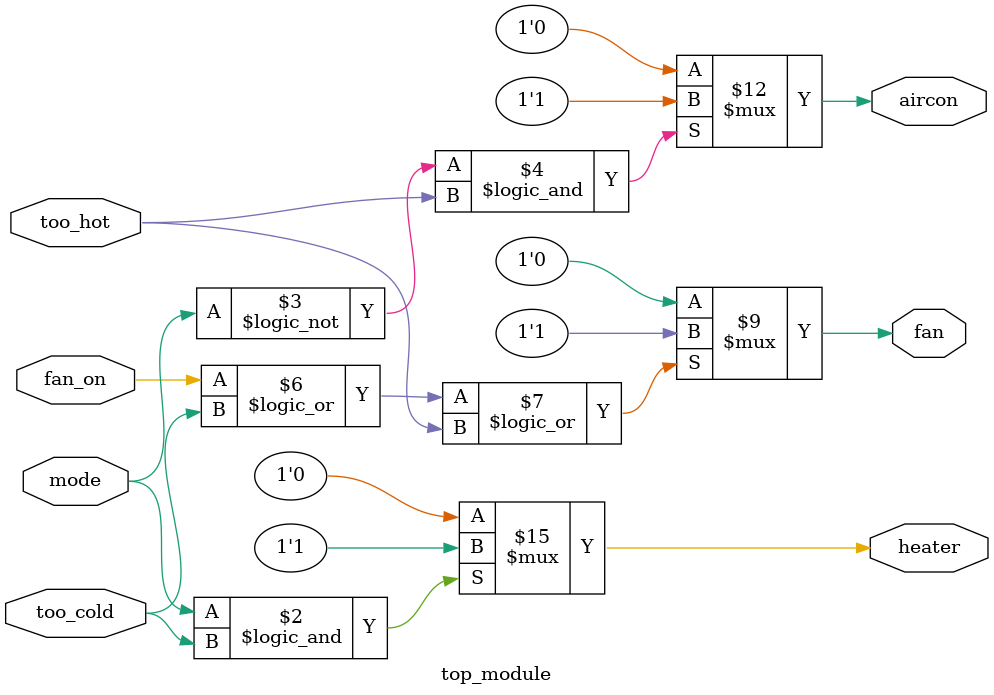
<source format=sv>
module top_module(
    input mode,
    input too_cold,
    input too_hot,
    input fan_on,
    output reg heater,
    output reg aircon,
    output reg fan
);

    always @(*) begin
        heater = 0;
        aircon = 0;

        if (mode && too_cold)
            heater = 1;
        else
            heater = 0;

        if (!mode && too_hot)
            aircon = 1;
        else
            aircon = 0;
    end
    
    always @(*) begin
        fan = 0;
        
        if (fan_on || too_cold || too_hot)
            fan = 1;
        else
            fan = 0;
    end

endmodule

</source>
